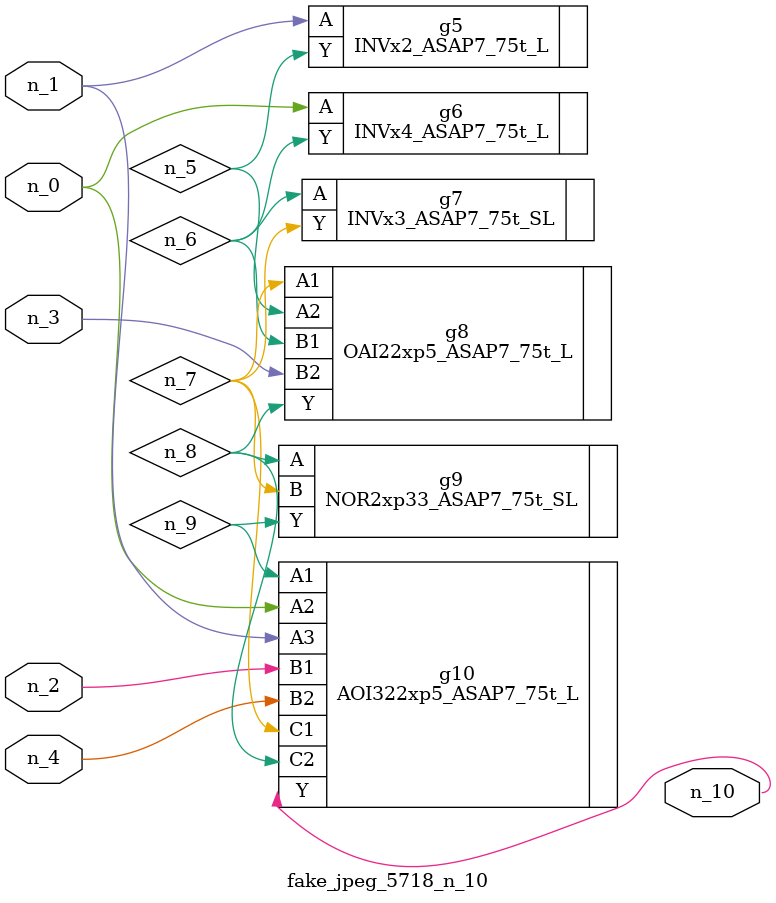
<source format=v>
module fake_jpeg_5718_n_10 (n_3, n_2, n_1, n_0, n_4, n_10);

input n_3;
input n_2;
input n_1;
input n_0;
input n_4;

output n_10;

wire n_8;
wire n_9;
wire n_6;
wire n_5;
wire n_7;

INVx2_ASAP7_75t_L g5 ( 
.A(n_1),
.Y(n_5)
);

INVx4_ASAP7_75t_L g6 ( 
.A(n_0),
.Y(n_6)
);

INVx3_ASAP7_75t_SL g7 ( 
.A(n_6),
.Y(n_7)
);

OAI22xp5_ASAP7_75t_L g8 ( 
.A1(n_7),
.A2(n_5),
.B1(n_6),
.B2(n_3),
.Y(n_8)
);

NOR2xp33_ASAP7_75t_SL g9 ( 
.A(n_8),
.B(n_7),
.Y(n_9)
);

AOI322xp5_ASAP7_75t_L g10 ( 
.A1(n_9),
.A2(n_0),
.A3(n_1),
.B1(n_2),
.B2(n_4),
.C1(n_7),
.C2(n_8),
.Y(n_10)
);


endmodule
</source>
